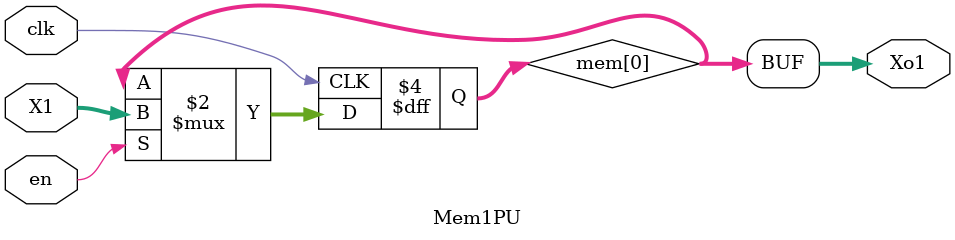
<source format=v>
module Mem4PU(input [31:0] X1,X2,X3,X4 , input clk , en , output reg [31:0] Xo1,Xo2,Xo3,Xo4 );
reg [31:0] mem [0:3];
always @(posedge clk ) begin
 if (en) begin
	mem[0] <= X1;
	mem[1] <= X2;
	mem[2] <= X3;
	mem[3] <= X4;
    end
end

// Assign the output to the stored data
assign Xo1 = mem[0];
assign Xo2 = mem[1];
assign Xo3 = mem[2];
assign Xo4 = mem[3];

endmodule

module Mem1PU(input [31:0] X1 , input clk , en , output reg [31:0] Xo1 );
reg [31:0] mem [0:3];
always @(posedge clk ) begin
 if (en) begin
	mem[0] <= X1;
    end
end

// Assign the output to the stored data
assign Xo1 = mem[0];


endmodule
</source>
